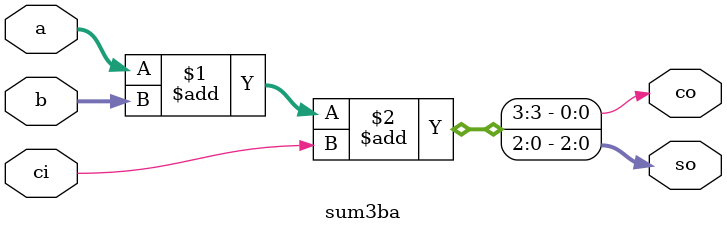
<source format=v>
/*
 * Antonio Aguilar
 * Sumador aritmetico de 3 bits
*/

module sum3ba(input[2:0] a, b, input ci, output co, output[2:0] so);
	assign {co, so} = a + b + ci;
endmodule
</source>
